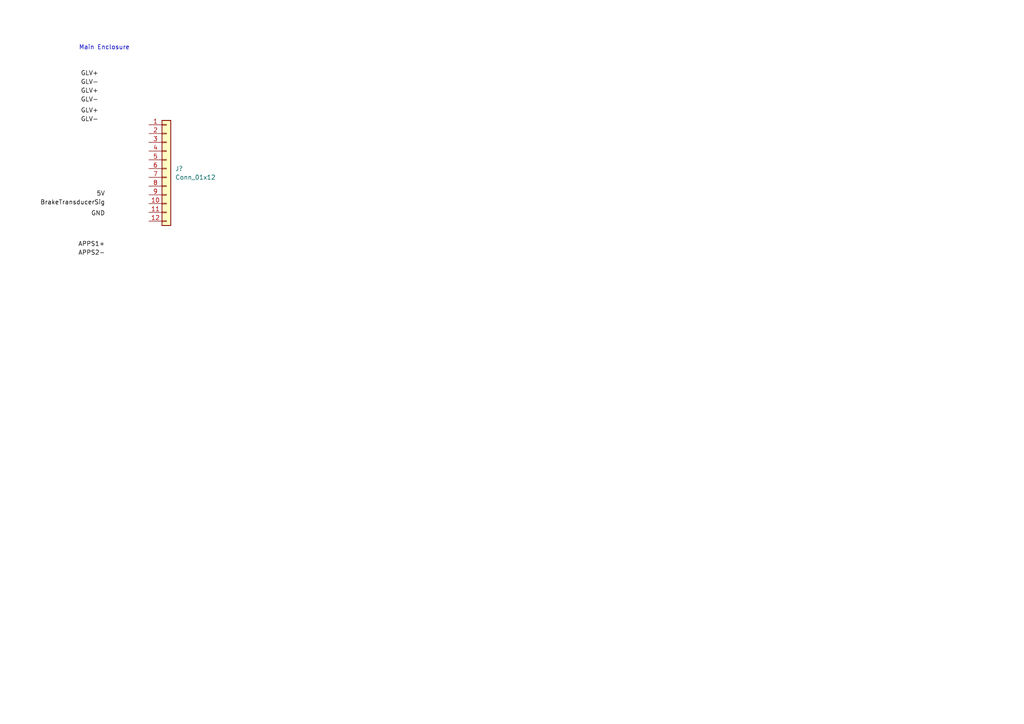
<source format=kicad_sch>
(kicad_sch (version 20211123) (generator eeschema)

  (uuid c13abd1f-aba0-4449-971d-b6042eef962c)

  (paper "A4")

  (lib_symbols
    (symbol "GRC_Connector:Conn_01x12" (pin_names (offset 1.016) hide) (in_bom yes) (on_board yes)
      (property "Reference" "J" (id 0) (at 0 15.24 0)
        (effects (font (size 1.27 1.27)))
      )
      (property "Value" "Conn_01x12" (id 1) (at 0 -17.78 0)
        (effects (font (size 1.27 1.27)))
      )
      (property "Footprint" "" (id 2) (at 0 0 0)
        (effects (font (size 1.27 1.27)) hide)
      )
      (property "Datasheet" "~" (id 3) (at 0 0 0)
        (effects (font (size 1.27 1.27)) hide)
      )
      (property "ki_keywords" "connector" (id 4) (at 0 0 0)
        (effects (font (size 1.27 1.27)) hide)
      )
      (property "ki_description" "Generic connector, single row, 01x12, script generated (kicad-library-utils/schlib/autogen/connector/)" (id 5) (at 0 0 0)
        (effects (font (size 1.27 1.27)) hide)
      )
      (property "ki_fp_filters" "Connector*:*_1x??_*" (id 6) (at 0 0 0)
        (effects (font (size 1.27 1.27)) hide)
      )
      (symbol "Conn_01x12_1_1"
        (rectangle (start -1.27 -15.113) (end 0 -15.367)
          (stroke (width 0.1524) (type default) (color 0 0 0 0))
          (fill (type none))
        )
        (rectangle (start -1.27 -12.573) (end 0 -12.827)
          (stroke (width 0.1524) (type default) (color 0 0 0 0))
          (fill (type none))
        )
        (rectangle (start -1.27 -10.033) (end 0 -10.287)
          (stroke (width 0.1524) (type default) (color 0 0 0 0))
          (fill (type none))
        )
        (rectangle (start -1.27 -7.493) (end 0 -7.747)
          (stroke (width 0.1524) (type default) (color 0 0 0 0))
          (fill (type none))
        )
        (rectangle (start -1.27 -4.953) (end 0 -5.207)
          (stroke (width 0.1524) (type default) (color 0 0 0 0))
          (fill (type none))
        )
        (rectangle (start -1.27 -2.413) (end 0 -2.667)
          (stroke (width 0.1524) (type default) (color 0 0 0 0))
          (fill (type none))
        )
        (rectangle (start -1.27 0.127) (end 0 -0.127)
          (stroke (width 0.1524) (type default) (color 0 0 0 0))
          (fill (type none))
        )
        (rectangle (start -1.27 2.667) (end 0 2.413)
          (stroke (width 0.1524) (type default) (color 0 0 0 0))
          (fill (type none))
        )
        (rectangle (start -1.27 5.207) (end 0 4.953)
          (stroke (width 0.1524) (type default) (color 0 0 0 0))
          (fill (type none))
        )
        (rectangle (start -1.27 7.747) (end 0 7.493)
          (stroke (width 0.1524) (type default) (color 0 0 0 0))
          (fill (type none))
        )
        (rectangle (start -1.27 10.287) (end 0 10.033)
          (stroke (width 0.1524) (type default) (color 0 0 0 0))
          (fill (type none))
        )
        (rectangle (start -1.27 12.827) (end 0 12.573)
          (stroke (width 0.1524) (type default) (color 0 0 0 0))
          (fill (type none))
        )
        (rectangle (start -1.27 13.97) (end 1.27 -16.51)
          (stroke (width 0.254) (type default) (color 0 0 0 0))
          (fill (type background))
        )
        (pin passive line (at -5.08 12.7 0) (length 3.81)
          (name "Pin_1" (effects (font (size 1.27 1.27))))
          (number "1" (effects (font (size 1.27 1.27))))
        )
        (pin passive line (at -5.08 -10.16 0) (length 3.81)
          (name "Pin_10" (effects (font (size 1.27 1.27))))
          (number "10" (effects (font (size 1.27 1.27))))
        )
        (pin passive line (at -5.08 -12.7 0) (length 3.81)
          (name "Pin_11" (effects (font (size 1.27 1.27))))
          (number "11" (effects (font (size 1.27 1.27))))
        )
        (pin passive line (at -5.08 -15.24 0) (length 3.81)
          (name "Pin_12" (effects (font (size 1.27 1.27))))
          (number "12" (effects (font (size 1.27 1.27))))
        )
        (pin passive line (at -5.08 10.16 0) (length 3.81)
          (name "Pin_2" (effects (font (size 1.27 1.27))))
          (number "2" (effects (font (size 1.27 1.27))))
        )
        (pin passive line (at -5.08 7.62 0) (length 3.81)
          (name "Pin_3" (effects (font (size 1.27 1.27))))
          (number "3" (effects (font (size 1.27 1.27))))
        )
        (pin passive line (at -5.08 5.08 0) (length 3.81)
          (name "Pin_4" (effects (font (size 1.27 1.27))))
          (number "4" (effects (font (size 1.27 1.27))))
        )
        (pin passive line (at -5.08 2.54 0) (length 3.81)
          (name "Pin_5" (effects (font (size 1.27 1.27))))
          (number "5" (effects (font (size 1.27 1.27))))
        )
        (pin passive line (at -5.08 0 0) (length 3.81)
          (name "Pin_6" (effects (font (size 1.27 1.27))))
          (number "6" (effects (font (size 1.27 1.27))))
        )
        (pin passive line (at -5.08 -2.54 0) (length 3.81)
          (name "Pin_7" (effects (font (size 1.27 1.27))))
          (number "7" (effects (font (size 1.27 1.27))))
        )
        (pin passive line (at -5.08 -5.08 0) (length 3.81)
          (name "Pin_8" (effects (font (size 1.27 1.27))))
          (number "8" (effects (font (size 1.27 1.27))))
        )
        (pin passive line (at -5.08 -7.62 0) (length 3.81)
          (name "Pin_9" (effects (font (size 1.27 1.27))))
          (number "9" (effects (font (size 1.27 1.27))))
        )
      )
    )
  )


  (text "Main Enclosure" (at 22.86 14.605 0)
    (effects (font (size 1.27 1.27)) (justify left bottom))
    (uuid 7a6621af-8718-493c-8c80-c80609ae6b36)
  )

  (label "GLV-" (at 28.575 24.765 180)
    (effects (font (size 1.27 1.27)) (justify right bottom))
    (uuid 10a57175-fdf0-4446-a992-82c9d9d83b69)
  )
  (label "GLV+" (at 28.575 27.305 180)
    (effects (font (size 1.27 1.27)) (justify right bottom))
    (uuid 33bc4df7-5895-4ad7-b203-ba73a9e63fdb)
  )
  (label "APPS2-" (at 30.48 74.295 180)
    (effects (font (size 1.27 1.27)) (justify right bottom))
    (uuid 3c2889a4-f0c4-430b-8815-0627a0d3feed)
  )
  (label "BrakeTransducerSig" (at 30.48 59.69 180)
    (effects (font (size 1.27 1.27)) (justify right bottom))
    (uuid 486128af-8dcb-4b66-995a-2e0c2fad3f1c)
  )
  (label "5V" (at 30.48 57.15 180)
    (effects (font (size 1.27 1.27)) (justify right bottom))
    (uuid 5e5711f9-b4f0-4724-9fe3-2b1eac40735b)
  )
  (label "GLV-" (at 28.575 35.56 180)
    (effects (font (size 1.27 1.27)) (justify right bottom))
    (uuid 6161b66e-31ba-438b-84da-5687d62dcd62)
  )
  (label "GLV-" (at 28.575 29.845 180)
    (effects (font (size 1.27 1.27)) (justify right bottom))
    (uuid 95f64398-f86d-449e-8d93-6e7412cbe02c)
  )
  (label "GND" (at 30.48 62.865 180)
    (effects (font (size 1.27 1.27)) (justify right bottom))
    (uuid b18dc37f-a419-4945-b38e-735a17ef58f2)
  )
  (label "APPS1+" (at 30.48 71.755 180)
    (effects (font (size 1.27 1.27)) (justify right bottom))
    (uuid c24675fa-8052-42db-839d-b24980dc52c2)
  )
  (label "GLV+" (at 28.575 33.02 180)
    (effects (font (size 1.27 1.27)) (justify right bottom))
    (uuid dfdcdb20-2116-462d-a1f4-63099729f5d4)
  )
  (label "GLV+" (at 28.575 22.225 180)
    (effects (font (size 1.27 1.27)) (justify right bottom))
    (uuid e97e6f06-ca8f-4913-b130-970d13e067a5)
  )

  (symbol (lib_id "GRC_Connector:Conn_01x12") (at 48.26 48.895 0) (unit 1)
    (in_bom yes) (on_board yes) (fields_autoplaced)
    (uuid 5ed6497a-a2c9-423b-8ed5-c208aabd8b91)
    (property "Reference" "J?" (id 0) (at 50.8 48.8949 0)
      (effects (font (size 1.27 1.27)) (justify left))
    )
    (property "Value" "Conn_01x12" (id 1) (at 50.8 51.4349 0)
      (effects (font (size 1.27 1.27)) (justify left))
    )
    (property "Footprint" "" (id 2) (at 48.26 48.895 0)
      (effects (font (size 1.27 1.27)) hide)
    )
    (property "Datasheet" "~" (id 3) (at 48.26 48.895 0)
      (effects (font (size 1.27 1.27)) hide)
    )
    (pin "1" (uuid b60617c2-914f-4b82-92b5-b7c5d9272ffd))
    (pin "10" (uuid cd7a9415-5fa3-47bd-9d25-a3bced49d1c4))
    (pin "11" (uuid fc9320ca-d38f-486e-91ea-b4961777e2de))
    (pin "12" (uuid 186001d3-091d-410b-8faa-c3f9ce378ccc))
    (pin "2" (uuid 1b33e8ef-6d84-494c-a7b1-ceb9b1e69ec0))
    (pin "3" (uuid 21e39393-bd74-41db-8304-c37fc9b56485))
    (pin "4" (uuid 9ed9f14a-cbf0-48e1-ac99-745fce9cc549))
    (pin "5" (uuid 829e80c6-e954-457e-9e80-6548760fa424))
    (pin "6" (uuid 9647bfad-d866-4afb-8984-6303298cfde5))
    (pin "7" (uuid 9916800c-ddc8-49d5-ac87-ba92485d5cc0))
    (pin "8" (uuid 4d8904f3-1cdd-413a-a4ab-9c2a90892b0e))
    (pin "9" (uuid 903034e6-f481-42d7-9aca-925776a29c65))
  )

  (sheet_instances
    (path "/" (page "1"))
  )

  (symbol_instances
    (path "/5ed6497a-a2c9-423b-8ed5-c208aabd8b91"
      (reference "J?") (unit 1) (value "Conn_01x12") (footprint "")
    )
  )
)

</source>
